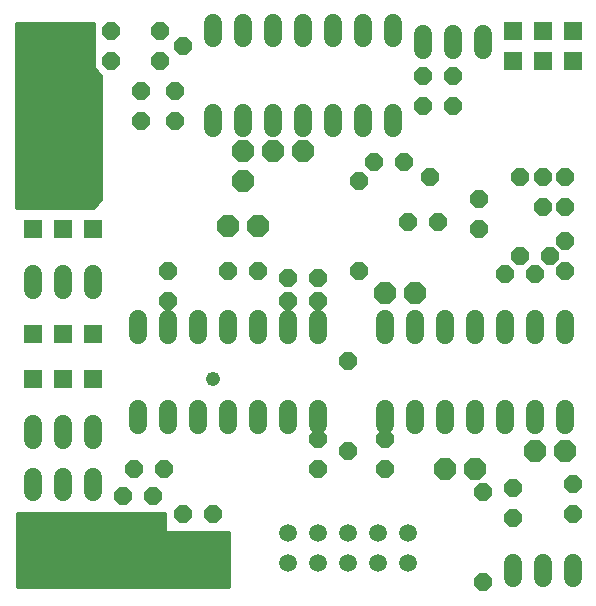
<source format=gbs>
G75*
%MOIN*%
%OFA0B0*%
%FSLAX24Y24*%
%IPPOS*%
%LPD*%
%AMOC8*
5,1,8,0,0,1.08239X$1,22.5*
%
%ADD10C,0.0160*%
%ADD11C,0.0600*%
%ADD12OC8,0.0600*%
%ADD13OC8,0.0710*%
%ADD14R,0.0595X0.0595*%
%ADD15C,0.0595*%
%ADD16R,0.0476X0.0476*%
%ADD17C,0.0476*%
%ADD18R,0.0640X0.0640*%
D10*
X000640Y000640D02*
X007640Y000640D01*
X007640Y002390D01*
X005515Y002390D01*
X005515Y003015D01*
X000640Y003015D01*
X000640Y000640D01*
X000640Y000774D02*
X007640Y000774D01*
X007640Y000933D02*
X000640Y000933D01*
X000640Y001091D02*
X007640Y001091D01*
X007640Y001250D02*
X000640Y001250D01*
X000640Y001408D02*
X007640Y001408D01*
X007640Y001567D02*
X000640Y001567D01*
X000640Y001725D02*
X007640Y001725D01*
X007640Y001884D02*
X000640Y001884D01*
X000640Y002042D02*
X007640Y002042D01*
X007640Y002201D02*
X000640Y002201D01*
X000640Y002359D02*
X007640Y002359D01*
X005515Y002518D02*
X000640Y002518D01*
X000640Y002676D02*
X005515Y002676D01*
X005515Y002835D02*
X000640Y002835D01*
X000640Y002993D02*
X005515Y002993D01*
X003140Y013265D02*
X000610Y013265D01*
X000610Y019350D01*
X003140Y019350D01*
X003140Y017890D01*
X003390Y017640D01*
X003390Y013515D01*
X003140Y013265D01*
X003171Y013296D02*
X000610Y013296D01*
X000610Y013454D02*
X003329Y013454D01*
X003390Y013613D02*
X000610Y013613D01*
X000610Y013771D02*
X003390Y013771D01*
X003390Y013930D02*
X000610Y013930D01*
X000610Y014088D02*
X003390Y014088D01*
X003390Y014247D02*
X000610Y014247D01*
X000610Y014405D02*
X003390Y014405D01*
X003390Y014564D02*
X000610Y014564D01*
X000610Y014722D02*
X003390Y014722D01*
X003390Y014881D02*
X000610Y014881D01*
X000610Y015039D02*
X003390Y015039D01*
X003390Y015198D02*
X000610Y015198D01*
X000610Y015356D02*
X003390Y015356D01*
X003390Y015515D02*
X000610Y015515D01*
X000610Y015673D02*
X003390Y015673D01*
X003390Y015832D02*
X000610Y015832D01*
X000610Y015990D02*
X003390Y015990D01*
X003390Y016149D02*
X000610Y016149D01*
X000610Y016307D02*
X003390Y016307D01*
X003390Y016466D02*
X000610Y016466D01*
X000610Y016624D02*
X003390Y016624D01*
X003390Y016783D02*
X000610Y016783D01*
X000610Y016941D02*
X003390Y016941D01*
X003390Y017100D02*
X000610Y017100D01*
X000610Y017258D02*
X003390Y017258D01*
X003390Y017417D02*
X000610Y017417D01*
X000610Y017575D02*
X003390Y017575D01*
X003296Y017734D02*
X000610Y017734D01*
X000610Y017892D02*
X003140Y017892D01*
X003140Y018051D02*
X000610Y018051D01*
X000610Y018209D02*
X003140Y018209D01*
X003140Y018368D02*
X000610Y018368D01*
X000610Y018526D02*
X003140Y018526D01*
X003140Y018685D02*
X000610Y018685D01*
X000610Y018843D02*
X003140Y018843D01*
X003140Y019002D02*
X000610Y019002D01*
X000610Y019160D02*
X003140Y019160D01*
X003140Y019319D02*
X000610Y019319D01*
D11*
X007140Y019400D02*
X007140Y018880D01*
X008140Y018880D02*
X008140Y019400D01*
X009140Y019400D02*
X009140Y018880D01*
X010140Y018880D02*
X010140Y019400D01*
X011140Y019400D02*
X011140Y018880D01*
X012140Y018880D02*
X012140Y019400D01*
X013140Y019400D02*
X013140Y018880D01*
X014140Y019025D02*
X014140Y018505D01*
X015140Y018505D02*
X015140Y019025D01*
X016140Y019025D02*
X016140Y018505D01*
X013140Y016400D02*
X013140Y015880D01*
X012140Y015880D02*
X012140Y016400D01*
X011140Y016400D02*
X011140Y015880D01*
X010140Y015880D02*
X010140Y016400D01*
X009140Y016400D02*
X009140Y015880D01*
X008140Y015880D02*
X008140Y016400D01*
X007140Y016400D02*
X007140Y015880D01*
X003140Y011025D02*
X003140Y010505D01*
X002140Y010505D02*
X002140Y011025D01*
X001140Y011025D02*
X001140Y010505D01*
X004640Y009525D02*
X004640Y009005D01*
X005640Y009005D02*
X005640Y009525D01*
X006640Y009525D02*
X006640Y009005D01*
X007640Y009005D02*
X007640Y009525D01*
X008640Y009525D02*
X008640Y009005D01*
X009640Y009005D02*
X009640Y009525D01*
X010640Y009525D02*
X010640Y009005D01*
X012890Y009005D02*
X012890Y009525D01*
X013890Y009525D02*
X013890Y009005D01*
X014890Y009005D02*
X014890Y009525D01*
X015890Y009525D02*
X015890Y009005D01*
X016890Y009005D02*
X016890Y009525D01*
X017890Y009525D02*
X017890Y009005D01*
X018890Y009005D02*
X018890Y009525D01*
X018890Y006525D02*
X018890Y006005D01*
X017890Y006005D02*
X017890Y006525D01*
X016890Y006525D02*
X016890Y006005D01*
X015890Y006005D02*
X015890Y006525D01*
X014890Y006525D02*
X014890Y006005D01*
X013890Y006005D02*
X013890Y006525D01*
X012890Y006525D02*
X012890Y006005D01*
X010640Y006005D02*
X010640Y006525D01*
X009640Y006525D02*
X009640Y006005D01*
X008640Y006005D02*
X008640Y006525D01*
X007640Y006525D02*
X007640Y006005D01*
X006640Y006005D02*
X006640Y006525D01*
X005640Y006525D02*
X005640Y006005D01*
X004640Y006005D02*
X004640Y006525D01*
X003140Y006025D02*
X003140Y005505D01*
X002140Y005505D02*
X002140Y006025D01*
X001140Y006025D02*
X001140Y005505D01*
X001140Y004275D02*
X001140Y003755D01*
X002140Y003755D02*
X002140Y004275D01*
X003140Y004275D02*
X003140Y003755D01*
X017140Y001400D02*
X017140Y000880D01*
X018140Y000880D02*
X018140Y001400D01*
X019140Y001400D02*
X019140Y000880D01*
D12*
X017140Y002890D03*
X017140Y003890D03*
X016140Y003765D03*
X016140Y000765D03*
X019140Y003015D03*
X019140Y004015D03*
X012890Y004515D03*
X012890Y005515D03*
X011640Y005140D03*
X010640Y005515D03*
X010640Y004515D03*
X011640Y008140D03*
X010640Y010140D03*
X010640Y010890D03*
X009640Y010890D03*
X009640Y010140D03*
X008640Y011140D03*
X007640Y011140D03*
X005640Y011140D03*
X005640Y010140D03*
X005515Y004515D03*
X005140Y003640D03*
X004515Y004515D03*
X004140Y003640D03*
X006140Y003015D03*
X007140Y003015D03*
X012015Y011140D03*
X013640Y012765D03*
X014640Y012765D03*
X016015Y012515D03*
X016015Y013515D03*
X017390Y014265D03*
X018140Y014265D03*
X018890Y014265D03*
X018890Y013265D03*
X018140Y013265D03*
X018890Y012140D03*
X018390Y011640D03*
X018890Y011140D03*
X017890Y011015D03*
X017390Y011640D03*
X016890Y011015D03*
X014390Y014265D03*
X013515Y014765D03*
X012515Y014765D03*
X012015Y014140D03*
X014140Y016640D03*
X014140Y017640D03*
X015140Y017640D03*
X015140Y016640D03*
X006140Y018640D03*
X005390Y018140D03*
X005390Y019140D03*
X003765Y019140D03*
X003765Y018140D03*
X004765Y017140D03*
X004765Y016140D03*
X005890Y016140D03*
X005890Y017140D03*
D13*
X008140Y015140D03*
X008140Y014140D03*
X009140Y015140D03*
X010140Y015140D03*
X008640Y012640D03*
X007640Y012640D03*
X012890Y010390D03*
X013890Y010390D03*
X017890Y005140D03*
X018890Y005140D03*
X015890Y004515D03*
X014890Y004515D03*
D14*
X003140Y007515D03*
X002140Y007515D03*
X001140Y007515D03*
X001140Y009015D03*
X002140Y009015D03*
X003140Y009015D03*
X003140Y012515D03*
X002140Y012515D03*
X001140Y012515D03*
D15*
X009640Y002390D03*
X009640Y001390D03*
X010640Y001390D03*
X010640Y002390D03*
X011640Y002390D03*
X011640Y001390D03*
X012640Y001390D03*
X012640Y002390D03*
X013640Y002390D03*
X013640Y001390D03*
D16*
X014140Y018640D03*
D17*
X007140Y007515D03*
D18*
X017140Y018140D03*
X017140Y019140D03*
X018140Y019140D03*
X018140Y018140D03*
X019140Y018140D03*
X019140Y019140D03*
M02*

</source>
